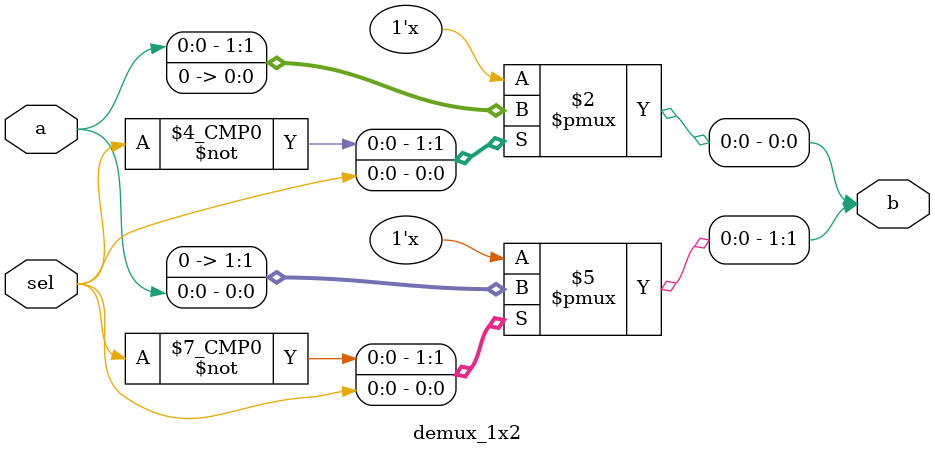
<source format=v>
`timescale 1ns / 1ps

module demux_1x2(
    input sel,
    input a,
    output reg [1:0] b
    );

    always @(*) begin
        b=2'b00;
        case (sel)
            1'b0: b[0]=a;
            1'b1: b[1]=a;
        endcase
    end

endmodule

</source>
